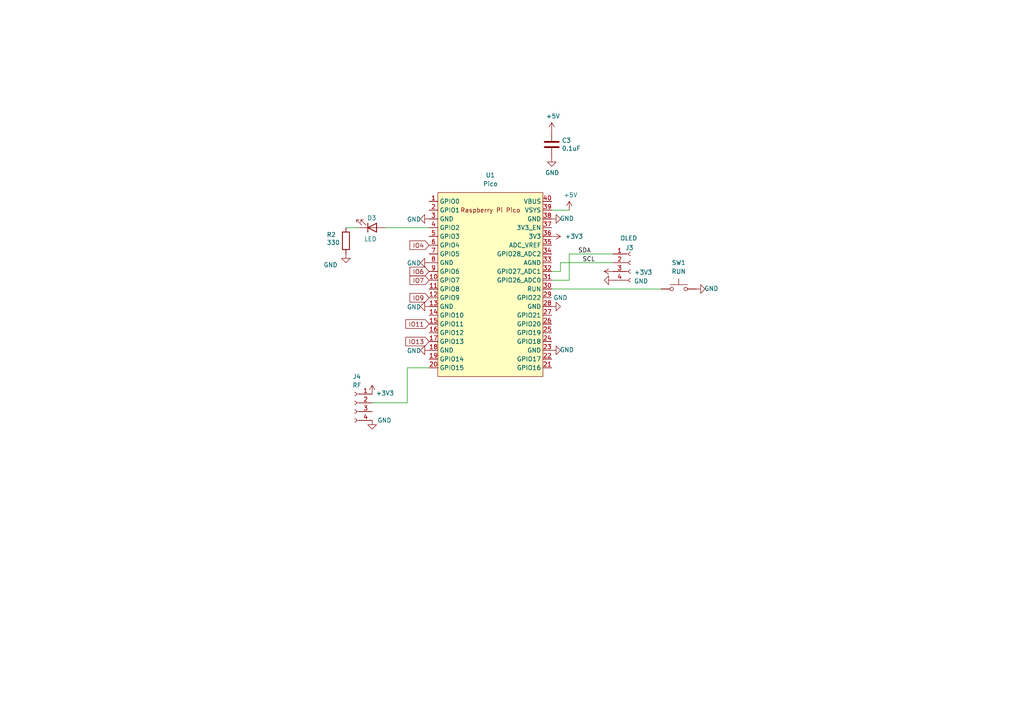
<source format=kicad_sch>
(kicad_sch (version 20250114) (generator "eeschema") (generator_version "9.0")
  (paper "A4")
  (title_block (title "Input Pico") (date "2025-04-08") (rev "v1") (company "Scott Hanson"))
  (lib_symbols
    (symbol "Connector:Conn_01x04_Female" (pin_names (offset 1.016) (hide yes))
      (property "Reference" "J" (at 0 5.08 0))
      (property "Value" "Conn_01x04_Female" (at 0 -7.62 0))
      (symbol "Conn_01x04_Female_1_1"
        (polyline (pts (xy -1.27 2.54) (xy -0.508 2.54)) (stroke (width 0.1524)))
        (polyline (pts (xy -1.27 0) (xy -0.508 0)) (stroke (width 0.1524)))
        (polyline (pts (xy -1.27 -2.54) (xy -0.508 -2.54)) (stroke (width 0.1524)))
        (polyline (pts (xy -1.27 -5.08) (xy -0.508 -5.08)) (stroke (width 0.1524)))
        (arc (start 0 2.032) (mid -0.5058 2.54) (end 0 3.048) (stroke (width 0.1524)))
        (arc (start 0 -0.508) (mid -0.5058 0) (end 0 0.508) (stroke (width 0.1524)))
        (arc (start 0 -3.048) (mid -0.5058 -2.54) (end 0 -2.032) (stroke (width 0.1524)))
        (arc (start 0 -5.588) (mid -0.5058 -5.08) (end 0 -4.572) (stroke (width 0.1524)))
        (pin passive line (at -5.08 2.54 0) (length 3.81) (name "Pin_1") (number "1"))
        (pin passive line (at -5.08 0 0) (length 3.81) (name "Pin_2") (number "2"))
        (pin passive line (at -5.08 -2.54 0) (length 3.81) (name "Pin_3") (number "3"))
        (pin passive line (at -5.08 -5.08 0) (length 3.81) (name "Pin_4") (number "4"))
      )
    )
    (symbol "Connector:Conn_01x04_Socket" (pin_names (offset 1.016) (hide yes))
      (property "Reference" "J" (at 0 5.08 0))
      (property "Value" "Conn_01x04_Socket" (at 0 -7.62 0))
      (symbol "Conn_01x04_Socket_1_1"
        (polyline (pts (xy -1.27 2.54) (xy -0.508 2.54)) (stroke (width 0.1524)))
        (polyline (pts (xy -1.27 0) (xy -0.508 0)) (stroke (width 0.1524)))
        (polyline (pts (xy -1.27 -2.54) (xy -0.508 -2.54)) (stroke (width 0.1524)))
        (polyline (pts (xy -1.27 -5.08) (xy -0.508 -5.08)) (stroke (width 0.1524)))
        (arc (start 0 2.032) (mid -0.5058 2.54) (end 0 3.048) (stroke (width 0.1524)))
        (arc (start 0 -0.508) (mid -0.5058 0) (end 0 0.508) (stroke (width 0.1524)))
        (arc (start 0 -3.048) (mid -0.5058 -2.54) (end 0 -2.032) (stroke (width 0.1524)))
        (arc (start 0 -5.588) (mid -0.5058 -5.08) (end 0 -4.572) (stroke (width 0.1524)))
        (pin passive line (at -5.08 2.54 0) (length 3.81) (name "Pin_1") (number "1"))
        (pin passive line (at -5.08 0 0) (length 3.81) (name "Pin_2") (number "2"))
        (pin passive line (at -5.08 -2.54 0) (length 3.81) (name "Pin_3") (number "3"))
        (pin passive line (at -5.08 -5.08 0) (length 3.81) (name "Pin_4") (number "4"))
      )
    )
    (symbol "Device:C" (pin_numbers (hide yes)) (pin_names (offset 0.254))
      (property "Reference" "C" (at 0.635 2.54 0))
      (property "Value" "C" (at 0.635 -2.54 0))
      (symbol "C_0_1"
        (polyline (pts (xy -2.032 0.762) (xy 2.032 0.762)) (stroke (width 0.508)))
        (polyline (pts (xy -2.032 -0.762) (xy 2.032 -0.762)) (stroke (width 0.508)))
      )
      (symbol "C_1_1"
        (pin passive line (at 0 3.81 270) (length 2.794) (name "~") (number "1"))
        (pin passive line (at 0 -3.81 90) (length 2.794) (name "~") (number "2"))
      )
    )
    (symbol "Device:LED" (pin_numbers (hide yes)) (pin_names (offset 1.016) (hide yes))
      (property "Reference" "D" (at 0 2.54 0))
      (property "Value" "LED" (at 0 -2.54 0))
      (symbol "LED_0_1"
        (polyline (pts (xy -3.048 -0.762) (xy -4.572 -2.286) (xy -3.81 -2.286) (xy -4.572 -2.286) (xy -4.572 -1.524)))
        (polyline (pts (xy -1.778 -0.762) (xy -3.302 -2.286) (xy -2.54 -2.286) (xy -3.302 -2.286) (xy -3.302 -1.524)))
        (polyline (pts (xy -1.27 0) (xy 1.27 0)))
        (polyline (pts (xy -1.27 -1.27) (xy -1.27 1.27)) (stroke (width 0.254)))
        (polyline (pts (xy 1.27 -1.27) (xy 1.27 1.27) (xy -1.27 0) (xy 1.27 -1.27)) (stroke (width 0.254)))
      )
      (symbol "LED_1_1"
        (pin passive line (at -3.81 0 0) (length 2.54) (name "K") (number "1"))
        (pin passive line (at 3.81 0 180) (length 2.54) (name "A") (number "2"))
      )
    )
    (symbol "Device:R" (pin_numbers (hide yes)) (pin_names (offset 0))
      (property "Reference" "R" (at 2.032 0 90))
      (property "Value" "R" (at 0 0 90))
      (symbol "R_0_1"
        (rectangle (start -1.016 -2.54) (end 1.016 2.54) (stroke (width 0.254)))
      )
      (symbol "R_1_1"
        (pin passive line (at 0 3.81 270) (length 1.27) (name "~") (number "1"))
        (pin passive line (at 0 -3.81 90) (length 1.27) (name "~") (number "2"))
      )
    )
    (symbol "MCU_RaspberryPi_and_Boards:Pico_no_swd"
      (property "Reference" "U" (at -13.97 27.94 0))
      (property "Value" "Pico" (at 0 19.05 0))
      (symbol "Pico_no_swd_0_0"
        (text "Raspberry Pi Pico" (at 0 21.59 0) (effects (font (size 1.27 1.27))))
      )
      (symbol "Pico_no_swd_0_1"
        (rectangle (start -15.24 26.67) (end 15.24 -26.67) (fill (type background)))
      )
      (symbol "Pico_no_swd_1_1"
        (pin bidirectional line (at -17.78 24.13 0) (length 2.54) (name "GPIO0") (number "1"))
        (pin bidirectional line (at -17.78 21.59 0) (length 2.54) (name "GPIO1") (number "2"))
        (pin power_in line (at -17.78 19.05 0) (length 2.54) (name "GND") (number "3"))
        (pin bidirectional line (at -17.78 16.51 0) (length 2.54) (name "GPIO2") (number "4"))
        (pin bidirectional line (at -17.78 13.97 0) (length 2.54) (name "GPIO3") (number "5"))
        (pin bidirectional line (at -17.78 11.43 0) (length 2.54) (name "GPIO4") (number "6"))
        (pin bidirectional line (at -17.78 8.89 0) (length 2.54) (name "GPIO5") (number "7"))
        (pin power_in line (at -17.78 6.35 0) (length 2.54) (name "GND") (number "8"))
        (pin bidirectional line (at -17.78 3.81 0) (length 2.54) (name "GPIO6") (number "9"))
        (pin bidirectional line (at -17.78 1.27 0) (length 2.54) (name "GPIO7") (number "10"))
        (pin bidirectional line (at -17.78 -1.27 0) (length 2.54) (name "GPIO8") (number "11"))
        (pin bidirectional line (at -17.78 -3.81 0) (length 2.54) (name "GPIO9") (number "12"))
        (pin power_in line (at -17.78 -6.35 0) (length 2.54) (name "GND") (number "13"))
        (pin bidirectional line (at -17.78 -8.89 0) (length 2.54) (name "GPIO10") (number "14"))
        (pin bidirectional line (at -17.78 -11.43 0) (length 2.54) (name "GPIO11") (number "15"))
        (pin bidirectional line (at -17.78 -13.97 0) (length 2.54) (name "GPIO12") (number "16"))
        (pin bidirectional line (at -17.78 -16.51 0) (length 2.54) (name "GPIO13") (number "17"))
        (pin power_in line (at -17.78 -19.05 0) (length 2.54) (name "GND") (number "18"))
        (pin bidirectional line (at -17.78 -21.59 0) (length 2.54) (name "GPIO14") (number "19"))
        (pin bidirectional line (at -17.78 -24.13 0) (length 2.54) (name "GPIO15") (number "20"))
        (pin power_in line (at 17.78 24.13 180) (length 2.54) (name "VBUS") (number "40"))
        (pin power_in line (at 17.78 21.59 180) (length 2.54) (name "VSYS") (number "39"))
        (pin bidirectional line (at 17.78 19.05 180) (length 2.54) (name "GND") (number "38"))
        (pin input line (at 17.78 16.51 180) (length 2.54) (name "3V3_EN") (number "37"))
        (pin power_in line (at 17.78 13.97 180) (length 2.54) (name "3V3") (number "36"))
        (pin power_in line (at 17.78 11.43 180) (length 2.54) (name "ADC_VREF") (number "35"))
        (pin bidirectional line (at 17.78 8.89 180) (length 2.54) (name "GPIO28_ADC2") (number "34"))
        (pin power_in line (at 17.78 6.35 180) (length 2.54) (name "AGND") (number "33"))
        (pin bidirectional line (at 17.78 3.81 180) (length 2.54) (name "GPIO27_ADC1") (number "32"))
        (pin bidirectional line (at 17.78 1.27 180) (length 2.54) (name "GPIO26_ADC0") (number "31"))
        (pin input line (at 17.78 -1.27 180) (length 2.54) (name "RUN") (number "30"))
        (pin bidirectional line (at 17.78 -3.81 180) (length 2.54) (name "GPIO22") (number "29"))
        (pin power_in line (at 17.78 -6.35 180) (length 2.54) (name "GND") (number "28"))
        (pin bidirectional line (at 17.78 -8.89 180) (length 2.54) (name "GPIO21") (number "27"))
        (pin bidirectional line (at 17.78 -11.43 180) (length 2.54) (name "GPIO20") (number "26"))
        (pin bidirectional line (at 17.78 -13.97 180) (length 2.54) (name "GPIO19") (number "25"))
        (pin bidirectional line (at 17.78 -16.51 180) (length 2.54) (name "GPIO18") (number "24"))
        (pin power_in line (at 17.78 -19.05 180) (length 2.54) (name "GND") (number "23"))
        (pin bidirectional line (at 17.78 -21.59 180) (length 2.54) (name "GPIO17") (number "22"))
        (pin bidirectional line (at 17.78 -24.13 180) (length 2.54) (name "GPIO16") (number "21"))
      )
    )
    (symbol "Switch:SW_Push" (pin_numbers (hide yes)) (pin_names (offset 1.016) (hide yes))
      (property "Reference" "SW" (at 1.27 2.54 0))
      (property "Value" "SW_Push" (at 0 -1.524 0))
      (symbol "SW_Push_0_1"
        (circle (center -2.032 0) (radius 0.508))
        (polyline (pts (xy 0 1.27) (xy 0 3.048)))
        (circle (center 2.032 0) (radius 0.508))
        (polyline (pts (xy 2.54 1.27) (xy -2.54 1.27)))
        (pin passive line (at -5.08 0 0) (length 2.54) (name "1") (number "1"))
        (pin passive line (at 5.08 0 180) (length 2.54) (name "2") (number "2"))
      )
    )
    (symbol "power:+3.3V" (power) (pin_names (offset 0))
      (property "Value" "+3.3V" (at 0 3.556 0))
      (symbol "+3.3V_0_1"
        (polyline (pts (xy -0.762 1.27) (xy 0 2.54)))
        (polyline (pts (xy 0 2.54) (xy 0.762 1.27)))
        (polyline (pts (xy 0 0) (xy 0 2.54)))
      )
      (symbol "+3.3V_1_1"
        (pin power_in line (at 0 0 90) (length 0) (hide yes) (name "+3V3") (number "1"))
      )
    )
    (symbol "power:+5V" (power) (pin_names (offset 0))
      (property "Value" "+5V" (at 0 3.556 0))
      (symbol "+5V_0_1"
        (polyline (pts (xy -0.762 1.27) (xy 0 2.54)))
        (polyline (pts (xy 0 2.54) (xy 0.762 1.27)))
        (polyline (pts (xy 0 0) (xy 0 2.54)))
      )
      (symbol "+5V_1_1"
        (pin power_in line (at 0 0 90) (length 0) (hide yes) (name "+5V") (number "1"))
      )
    )
    (symbol "power:GND" (power) (pin_names (offset 0))
      (property "Value" "GND" (at 0 -3.81 0))
      (symbol "GND_0_1"
        (polyline (pts (xy 0 0) (xy 0 -1.27) (xy 1.27 -1.27) (xy 0 -2.54) (xy -1.27 -1.27) (xy 0 -1.27)))
      )
      (symbol "GND_1_1"
        (pin power_in line (at 0 0 270) (length 0) (hide yes) (name "GND") (number "1"))
      )
    )
  )
  (wire (pts (xy 162.56 76.2) (xy 162.56 78.74)))
  (wire (pts (xy 100.33 66.04) (xy 104.14 66.04)))
  (wire (pts (xy 111.76 66.04) (xy 124.46 66.04)))
  (wire (pts (xy 165.1 81.28) (xy 160.02 81.28)))
  (wire (pts (xy 160.02 83.82) (xy 191.77 83.82)))
  (wire (pts (xy 107.95 116.84) (xy 118.11 116.84)))
  (wire (pts (xy 162.56 78.74) (xy 160.02 78.74)))
  (wire (pts (xy 160.02 60.96) (xy 165.1 60.96)))
  (wire (pts (xy 124.46 106.68) (xy 118.11 106.68)))
  (wire (pts (xy 162.56 76.2) (xy 177.8 76.2)))
  (wire (pts (xy 118.11 106.68) (xy 118.11 116.84)))
  (wire (pts (xy 165.1 73.66) (xy 165.1 81.28)))
  (wire (pts (xy 177.8 73.66) (xy 165.1 73.66)))
  (label "SCL" (at 168.91 76.2 0))
  (label "SDA" (at 167.64 73.66 0))
  (global_label "IO7" (shape input) (at 124.46 81.28 180) (property "Intersheetrefs" "${INTERSHEET_REFS}" (effects (hide yes))))
  (global_label "IO9" (shape input) (at 124.46 86.36 180) (property "Intersheetrefs" "${INTERSHEET_REFS}" (effects (hide yes))))
  (global_label "IO6" (shape input) (at 124.46 78.74 180) (property "Intersheetrefs" "${INTERSHEET_REFS}" (effects (hide yes))))
  (global_label "IO11" (shape input) (at 124.46 93.98 180) (property "Intersheetrefs" "${INTERSHEET_REFS}" (effects (hide yes))))
  (global_label "IO13" (shape input) (at 124.46 99.06 180) (property "Intersheetrefs" "${INTERSHEET_REFS}" (effects (hide yes))))
  (global_label "IO4" (shape input) (at 124.46 71.12 180) (property "Intersheetrefs" "${INTERSHEET_REFS}" (effects (hide yes))))
  (symbol (lib_id "power:GND") (at 160.02 63.5 90) (unit 1)
    (property "Reference" "#PWR013" (effects (hide yes)))
    (property "Value" "GND" (at 164.4142 63.373 90))
  )
  (symbol (lib_id "power:GND") (at 124.46 101.6 270) (unit 1)
    (property "Reference" "#PWR08" (effects (hide yes)))
    (property "Value" "GND" (at 120.0658 101.727 90))
  )
  (symbol (lib_id "Device:R") (at 100.33 69.85 0) (unit 1)
    (property "Reference" "R2" (at 94.742 68.072 0) (effects (justify left)))
    (property "Value" "330" (at 94.742 70.358 0) (effects (justify left)))
    (property "Footprint" "Resistor_SMD:R_0603_1608Metric" (effects (hide yes)))
    (property "Digi-Key_PN" "RMCF0603FT220RTR-ND" (effects (hide yes)))
    (property "LCSC_PN" "C22962" (effects (hide yes)))
    (property "MPN" "RMCF0603FT220R" (effects (hide yes)))
  )
  (symbol (lib_id "power:+3.3V") (at 160.02 68.58 270) (unit 1)
    (property "Reference" "#PWR014" (effects (hide yes)))
    (property "Value" "+3V3" (at 163.83 68.5799 90) (effects (justify left)))
  )
  (symbol (lib_id "power:+5V") (at 160.02 38.1 0) (unit 1)
    (property "Reference" "#PWR011" (effects (hide yes)))
    (property "Value" "+5V" (at 160.401 33.7058 0))
  )
  (symbol (lib_id "power:GND") (at 177.8 81.28 270) (unit 1)
    (property "Reference" "#PWR023" (effects (hide yes)))
    (property "Value" "GND" (at 185.928 81.534 90))
  )
  (symbol (lib_id "MCU_RaspberryPi_and_Boards:Pico_no_swd") (at 142.24 82.55 0) (unit 1)
    (property "Reference" "U1" (at 142.24 50.8 0))
    (property "Value" "Pico" (at 142.24 53.34 0))
    (property "Footprint" "MCU_RaspberryPi_and_Boards:RPi_Pico_W5500_SMD_TH" (effects (hide yes)))
  )
  (symbol (lib_id "power:GND") (at 160.02 101.6 90) (unit 1)
    (property "Reference" "#PWR016" (effects (hide yes)))
    (property "Value" "GND" (at 164.4142 101.473 90))
  )
  (symbol (lib_id "power:GND") (at 124.46 76.2 270) (unit 1)
    (property "Reference" "#PWR06" (effects (hide yes)))
    (property "Value" "GND" (at 120.0658 76.327 90))
  )
  (symbol (lib_id "power:GND") (at 107.95 121.92 0) (unit 1)
    (property "Reference" "#PWR010" (effects (hide yes)))
    (property "Value" "GND" (at 111.506 121.92 0))
  )
  (symbol (lib_id "power:GND") (at 124.46 63.5 270) (unit 1)
    (property "Reference" "#PWR05" (effects (hide yes)))
    (property "Value" "GND" (at 120.0658 63.627 90))
  )
  (symbol (lib_id "power:GND") (at 160.02 88.9 90) (unit 1)
    (property "Reference" "#PWR015" (effects (hide yes)))
    (property "Value" "GND" (at 162.56 86.36 90))
  )
  (symbol (lib_id "Connector:Conn_01x04_Socket") (at 102.87 116.84 0) (mirror y) (unit 1)
    (property "Reference" "J4" (at 103.505 109.22 0))
    (property "Value" "RF" (at 103.505 111.76 0))
    (property "Footprint" "Connector_PinSocket_2.54mm:PinSocket_1x04_P2.54mm_Vertical" (effects (hide yes)))
    (property "Description" "Generic connector, single row, 01x04, script generated" (effects (hide yes)))
  )
  (symbol (lib_id "power:GND") (at 100.33 73.66 0) (unit 1)
    (property "Reference" "#PWR01" (effects (hide yes)))
    (property "Value" "GND" (at 95.885 76.835 0))
  )
  (symbol (lib_id "Switch:SW_Push") (at 196.85 83.82 0) (unit 1)
    (property "Reference" "SW1" (at 196.85 76.2 0))
    (property "Value" "RUN" (at 196.85 78.74 0))
    (property "Footprint" "Button_Switch_THT:SW_PUSH_6mm" (effects (hide yes)))
    (property "Digi-Key_PN" "CKN9088CT-ND" (effects (hide yes)))
    (property "LCSC_PN" "C83205" (effects (hide yes)))
    (property "MPN" "PTS645SL50SMTR92 LFS" (effects (hide yes)))
  )
  (symbol (lib_id "power:GND") (at 160.02 45.72 0) (unit 1)
    (property "Reference" "#PWR012" (effects (hide yes)))
    (property "Value" "GND" (at 160.147 50.1142 0))
  )
  (symbol (lib_id "Device:LED") (at 107.95 66.04 0) (mirror x) (unit 1)
    (property "Reference" "D3" (at 107.823 63.246 0))
    (property "Value" "LED" (at 107.442 69.342 0))
    (property "Footprint" "LED_SMD:LED_0603_1608Metric" (effects (hide yes)))
    (property "Digi-Key_PN" "732-4984-1-ND" (effects (hide yes)))
    (property "LCSC_PN" "C2286" (effects (hide yes)))
    (property "MPN" "150080RS75000" (effects (hide yes)))
  )
  (symbol (lib_id "power:GND") (at 201.93 83.82 90) (unit 1)
    (property "Reference" "#PWR026" (effects (hide yes)))
    (property "Value" "GND" (at 206.3242 83.693 90))
  )
  (symbol (lib_id "Device:C") (at 160.02 41.91 0) (unit 1)
    (property "Reference" "C3" (at 162.941 40.7416 0) (effects (justify left)))
    (property "Value" "0.1uF" (at 162.941 43.053 0) (effects (justify left)))
    (property "Footprint" "Capacitor_SMD:C_0603_1608Metric" (effects (hide yes)))
    (property "Digi-Key_PN" "1276-1935-2-ND" (effects (hide yes)))
    (property "MPN" "CL10B104KB8NNWC" (effects (hide yes)))
    (property "LCSC_PN" "C14663" (effects (hide yes)))
  )
  (symbol (lib_id "Connector:Conn_01x04_Female") (at 182.88 76.2 0) (unit 1)
    (property "Reference" "J3" (at 181.356 71.882 0) (effects (justify left)))
    (property "Value" "OLED" (at 179.832 69.088 0) (effects (justify left)))
    (property "Footprint" "OLED-SSD1306-128X64-I2C:OLED-SSD1306-128X64-I2C-THT" (effects (hide yes)))
    (property "Digi-Key_PN" "S7002-ND" (effects (hide yes)))
    (property "LCSC_PN" "C225501" (effects (hide yes)))
    (property "MPN" "PPTC041LFBN-RC" (effects (hide yes)))
  )
  (symbol (lib_id "power:+3.3V") (at 177.8 78.74 90) (unit 1)
    (property "Reference" "#PWR018" (effects (hide yes)))
    (property "Value" "+3V3" (at 183.896 78.994 90) (effects (justify right)))
  )
  (symbol (lib_id "power:GND") (at 124.46 88.9 270) (unit 1)
    (property "Reference" "#PWR07" (effects (hide yes)))
    (property "Value" "GND" (at 120.0658 89.027 90))
  )
  (symbol (lib_id "power:+5V") (at 165.1 60.96 0) (unit 1)
    (property "Reference" "#PWR017" (effects (hide yes)))
    (property "Value" "+5V" (at 165.481 56.5658 0))
  )
  (symbol (lib_id "power:+3.3V") (at 107.95 114.3 0) (unit 1)
    (property "Reference" "#PWR09" (effects (hide yes)))
    (property "Value" "+3V3" (at 114.3 114.046 0) (effects (justify right)))
  )
)
</source>
